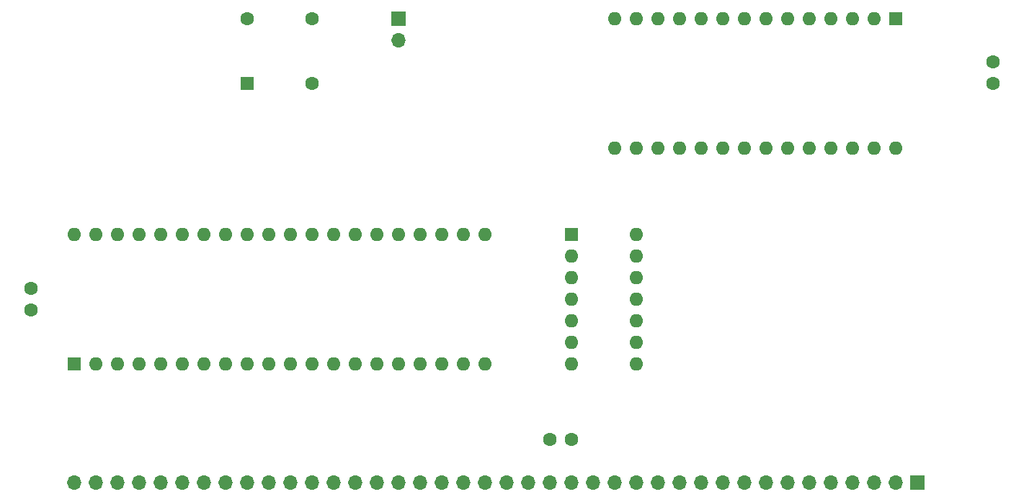
<source format=gbr>
G04 #@! TF.GenerationSoftware,KiCad,Pcbnew,5.1.8-db9833491~88~ubuntu20.04.1*
G04 #@! TF.CreationDate,2020-12-16T12:59:07+01:00*
G04 #@! TF.ProjectId,dtZ80,64745a38-302e-46b6-9963-61645f706362,1*
G04 #@! TF.SameCoordinates,Original*
G04 #@! TF.FileFunction,Soldermask,Top*
G04 #@! TF.FilePolarity,Negative*
%FSLAX46Y46*%
G04 Gerber Fmt 4.6, Leading zero omitted, Abs format (unit mm)*
G04 Created by KiCad (PCBNEW 5.1.8-db9833491~88~ubuntu20.04.1) date 2020-12-16 12:59:07*
%MOMM*%
%LPD*%
G01*
G04 APERTURE LIST*
%ADD10C,1.600000*%
%ADD11O,1.700000X1.700000*%
%ADD12R,1.700000X1.700000*%
%ADD13R,1.600000X1.600000*%
%ADD14O,1.600000X1.600000*%
G04 APERTURE END LIST*
D10*
X100330000Y-64730000D03*
X100330000Y-62230000D03*
X-12700000Y-91400000D03*
X-12700000Y-88900000D03*
X50760000Y-106680000D03*
X48260000Y-106680000D03*
D11*
X-7620000Y-111760000D03*
X-5080000Y-111760000D03*
X-2540000Y-111760000D03*
X0Y-111760000D03*
X2540000Y-111760000D03*
X5080000Y-111760000D03*
X7620000Y-111760000D03*
X10160000Y-111760000D03*
X12700000Y-111760000D03*
X15240000Y-111760000D03*
X17780000Y-111760000D03*
X20320000Y-111760000D03*
X22860000Y-111760000D03*
X25400000Y-111760000D03*
X27940000Y-111760000D03*
X30480000Y-111760000D03*
X33020000Y-111760000D03*
X35560000Y-111760000D03*
X38100000Y-111760000D03*
X40640000Y-111760000D03*
X43180000Y-111760000D03*
X45720000Y-111760000D03*
X48260000Y-111760000D03*
X50800000Y-111760000D03*
X53340000Y-111760000D03*
X55880000Y-111760000D03*
X58420000Y-111760000D03*
X60960000Y-111760000D03*
X63500000Y-111760000D03*
X66040000Y-111760000D03*
X68580000Y-111760000D03*
X71120000Y-111760000D03*
X73660000Y-111760000D03*
X76200000Y-111760000D03*
X78740000Y-111760000D03*
X81280000Y-111760000D03*
X83820000Y-111760000D03*
X86360000Y-111760000D03*
X88900000Y-111760000D03*
D12*
X91440000Y-111760000D03*
D11*
X30480000Y-59690000D03*
D12*
X30480000Y-57150000D03*
D13*
X50800000Y-82550000D03*
D14*
X58420000Y-97790000D03*
X50800000Y-85090000D03*
X58420000Y-95250000D03*
X50800000Y-87630000D03*
X58420000Y-92710000D03*
X50800000Y-90170000D03*
X58420000Y-90170000D03*
X50800000Y-92710000D03*
X58420000Y-87630000D03*
X50800000Y-95250000D03*
X58420000Y-85090000D03*
X50800000Y-97790000D03*
X58420000Y-82550000D03*
D10*
X20320000Y-64770000D03*
X20320000Y-57150000D03*
X12700000Y-57150000D03*
D13*
X12700000Y-64770000D03*
D14*
X88900000Y-72390000D03*
X55880000Y-57150000D03*
X86360000Y-72390000D03*
X58420000Y-57150000D03*
X83820000Y-72390000D03*
X60960000Y-57150000D03*
X81280000Y-72390000D03*
X63500000Y-57150000D03*
X78740000Y-72390000D03*
X66040000Y-57150000D03*
X76200000Y-72390000D03*
X68580000Y-57150000D03*
X73660000Y-72390000D03*
X71120000Y-57150000D03*
X71120000Y-72390000D03*
X73660000Y-57150000D03*
X68580000Y-72390000D03*
X76200000Y-57150000D03*
X66040000Y-72390000D03*
X78740000Y-57150000D03*
X63500000Y-72390000D03*
X81280000Y-57150000D03*
X60960000Y-72390000D03*
X83820000Y-57150000D03*
X58420000Y-72390000D03*
X86360000Y-57150000D03*
X55880000Y-72390000D03*
D13*
X88900000Y-57150000D03*
D14*
X-7620000Y-82550000D03*
X40640000Y-97790000D03*
X-5080000Y-82550000D03*
X38100000Y-97790000D03*
X-2540000Y-82550000D03*
X35560000Y-97790000D03*
X0Y-82550000D03*
X33020000Y-97790000D03*
X2540000Y-82550000D03*
X30480000Y-97790000D03*
X5080000Y-82550000D03*
X27940000Y-97790000D03*
X7620000Y-82550000D03*
X25400000Y-97790000D03*
X10160000Y-82550000D03*
X22860000Y-97790000D03*
X12700000Y-82550000D03*
X20320000Y-97790000D03*
X15240000Y-82550000D03*
X17780000Y-97790000D03*
X17780000Y-82550000D03*
X15240000Y-97790000D03*
X20320000Y-82550000D03*
X12700000Y-97790000D03*
X22860000Y-82550000D03*
X10160000Y-97790000D03*
X25400000Y-82550000D03*
X7620000Y-97790000D03*
X27940000Y-82550000D03*
X5080000Y-97790000D03*
X30480000Y-82550000D03*
X2540000Y-97790000D03*
X33020000Y-82550000D03*
X0Y-97790000D03*
X35560000Y-82550000D03*
X-2540000Y-97790000D03*
X38100000Y-82550000D03*
X-5080000Y-97790000D03*
X40640000Y-82550000D03*
D13*
X-7620000Y-97790000D03*
M02*

</source>
